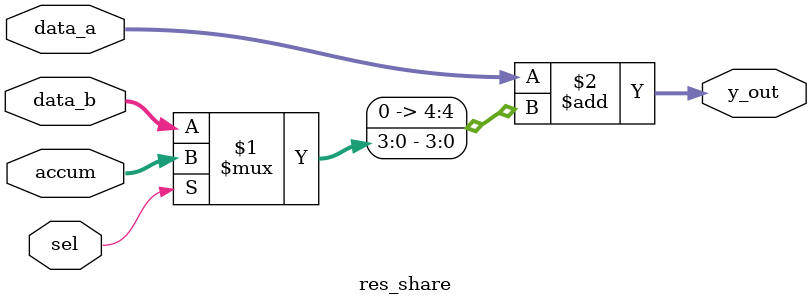
<source format=v>
module res_share (y_out, sel, data_a, data_b, accum);
  output 		[4: 0]	y_out;
  input		[3: 0]	data_a, data_b, accum;
  input			sel;

  assign y_out = data_a + (sel ? accum : data_b);
endmodule


</source>
